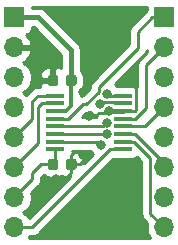
<source format=gbr>
%TF.GenerationSoftware,KiCad,Pcbnew,(5.1.10)-1*%
%TF.CreationDate,2021-11-19T11:18:15-06:00*%
%TF.ProjectId,DAC7678_16TSSOP,44414337-3637-4385-9f31-365453534f50,rev?*%
%TF.SameCoordinates,Original*%
%TF.FileFunction,Copper,L1,Top*%
%TF.FilePolarity,Positive*%
%FSLAX46Y46*%
G04 Gerber Fmt 4.6, Leading zero omitted, Abs format (unit mm)*
G04 Created by KiCad (PCBNEW (5.1.10)-1) date 2021-11-19 11:18:15*
%MOMM*%
%LPD*%
G01*
G04 APERTURE LIST*
%TA.AperFunction,SMDPad,CuDef*%
%ADD10R,1.570000X0.410000*%
%TD*%
%TA.AperFunction,ComponentPad*%
%ADD11O,1.700000X1.700000*%
%TD*%
%TA.AperFunction,ComponentPad*%
%ADD12R,1.700000X1.700000*%
%TD*%
%TA.AperFunction,ViaPad*%
%ADD13C,0.800000*%
%TD*%
%TA.AperFunction,Conductor*%
%ADD14C,0.250000*%
%TD*%
%TA.AperFunction,Conductor*%
%ADD15C,0.400000*%
%TD*%
%TA.AperFunction,Conductor*%
%ADD16C,0.300000*%
%TD*%
%TA.AperFunction,Conductor*%
%ADD17C,0.254000*%
%TD*%
%TA.AperFunction,Conductor*%
%ADD18C,0.100000*%
%TD*%
G04 APERTURE END LIST*
D10*
%TO.P,U1,16*%
%TO.N,I2C_SCL*%
X137490000Y-86625000D03*
%TO.P,U1,15*%
%TO.N,I2C_SDA*%
X137490000Y-87275000D03*
%TO.P,U1,14*%
%TO.N,GND*%
X137490000Y-87925000D03*
%TO.P,U1,13*%
%TO.N,VOUTB*%
X137490000Y-88575000D03*
%TO.P,U1,12*%
%TO.N,VOUTD*%
X137490000Y-89225000D03*
%TO.P,U1,11*%
%TO.N,VOUTF*%
X137490000Y-89875000D03*
%TO.P,U1,10*%
%TO.N,VOUTH*%
X137490000Y-90525000D03*
%TO.P,U1,9*%
%TO.N,~CLR*%
X137490000Y-91175000D03*
%TO.P,U1,8*%
%TO.N,VREF*%
X131750000Y-91175000D03*
%TO.P,U1,7*%
%TO.N,VOUTG*%
X131750000Y-90525000D03*
%TO.P,U1,6*%
%TO.N,VOUTE*%
X131750000Y-89875000D03*
%TO.P,U1,5*%
%TO.N,VOUTC*%
X131750000Y-89225000D03*
%TO.P,U1,4*%
%TO.N,VOUTA*%
X131750000Y-88575000D03*
%TO.P,U1,3*%
%TO.N,+5V*%
X131750000Y-87925000D03*
%TO.P,U1,2*%
%TO.N,ADDR0*%
X131750000Y-87275000D03*
%TO.P,U1,1*%
%TO.N,~LDAC*%
X131750000Y-86625000D03*
%TD*%
D11*
%TO.P,J2,8*%
%TO.N,VOUTH*%
X140970000Y-97790000D03*
%TO.P,J2,7*%
%TO.N,VOUTG*%
X140970000Y-95250000D03*
%TO.P,J2,6*%
%TO.N,VOUTF*%
X140970000Y-92710000D03*
%TO.P,J2,5*%
%TO.N,VOUTE*%
X140970000Y-90170000D03*
%TO.P,J2,4*%
%TO.N,VOUTD*%
X140970000Y-87630000D03*
%TO.P,J2,3*%
%TO.N,VOUTC*%
X140970000Y-85090000D03*
%TO.P,J2,2*%
%TO.N,VOUTB*%
X140970000Y-82550000D03*
D12*
%TO.P,J2,1*%
%TO.N,VOUTA*%
X140970000Y-80010000D03*
%TD*%
D11*
%TO.P,J1,8*%
%TO.N,~CLR*%
X128270000Y-97790000D03*
%TO.P,J1,7*%
%TO.N,VREF*%
X128270000Y-95250000D03*
%TO.P,J1,6*%
%TO.N,ADDR0*%
X128270000Y-92710000D03*
%TO.P,J1,5*%
%TO.N,~LDAC*%
X128270000Y-90170000D03*
%TO.P,J1,4*%
%TO.N,I2C_SDA*%
X128270000Y-87630000D03*
%TO.P,J1,3*%
%TO.N,I2C_SCL*%
X128270000Y-85090000D03*
%TO.P,J1,2*%
%TO.N,GND*%
X128270000Y-82550000D03*
D12*
%TO.P,J1,1*%
%TO.N,+5V*%
X128270000Y-80010000D03*
%TD*%
%TO.P,C2,2*%
%TO.N,GND*%
%TA.AperFunction,SMDPad,CuDef*%
G36*
G01*
X131996000Y-85094000D02*
X131996000Y-85594000D01*
G75*
G02*
X131771000Y-85819000I-225000J0D01*
G01*
X131321000Y-85819000D01*
G75*
G02*
X131096000Y-85594000I0J225000D01*
G01*
X131096000Y-85094000D01*
G75*
G02*
X131321000Y-84869000I225000J0D01*
G01*
X131771000Y-84869000D01*
G75*
G02*
X131996000Y-85094000I0J-225000D01*
G01*
G37*
%TD.AperFunction*%
%TO.P,C2,1*%
%TO.N,+5V*%
%TA.AperFunction,SMDPad,CuDef*%
G36*
G01*
X133546000Y-85094000D02*
X133546000Y-85594000D01*
G75*
G02*
X133321000Y-85819000I-225000J0D01*
G01*
X132871000Y-85819000D01*
G75*
G02*
X132646000Y-85594000I0J225000D01*
G01*
X132646000Y-85094000D01*
G75*
G02*
X132871000Y-84869000I225000J0D01*
G01*
X133321000Y-84869000D01*
G75*
G02*
X133546000Y-85094000I0J-225000D01*
G01*
G37*
%TD.AperFunction*%
%TD*%
%TO.P,C1,2*%
%TO.N,GND*%
%TA.AperFunction,SMDPad,CuDef*%
G36*
G01*
X132646000Y-92706000D02*
X132646000Y-92206000D01*
G75*
G02*
X132871000Y-91981000I225000J0D01*
G01*
X133321000Y-91981000D01*
G75*
G02*
X133546000Y-92206000I0J-225000D01*
G01*
X133546000Y-92706000D01*
G75*
G02*
X133321000Y-92931000I-225000J0D01*
G01*
X132871000Y-92931000D01*
G75*
G02*
X132646000Y-92706000I0J225000D01*
G01*
G37*
%TD.AperFunction*%
%TO.P,C1,1*%
%TO.N,VREF*%
%TA.AperFunction,SMDPad,CuDef*%
G36*
G01*
X131096000Y-92706000D02*
X131096000Y-92206000D01*
G75*
G02*
X131321000Y-91981000I225000J0D01*
G01*
X131771000Y-91981000D01*
G75*
G02*
X131996000Y-92206000I0J-225000D01*
G01*
X131996000Y-92706000D01*
G75*
G02*
X131771000Y-92931000I-225000J0D01*
G01*
X131321000Y-92931000D01*
G75*
G02*
X131096000Y-92706000I0J225000D01*
G01*
G37*
%TD.AperFunction*%
%TD*%
D13*
%TO.N,GND*%
X136302537Y-87925001D03*
X134620000Y-88392000D03*
X137922000Y-85344000D03*
X130048000Y-95758000D03*
X134874000Y-83820000D03*
X138176000Y-79756000D03*
X132842000Y-79756000D03*
X135890000Y-93472000D03*
X138430000Y-97790000D03*
X131572000Y-97790000D03*
X134112000Y-91694000D03*
X134112000Y-86360000D03*
X131826000Y-93726000D03*
X138684000Y-92202000D03*
X131572000Y-83566000D03*
%TO.N,I2C_SDA*%
X135489112Y-87343329D03*
%TO.N,I2C_SCL*%
X136157227Y-86475000D03*
%TO.N,VOUTG*%
X135580947Y-90767474D03*
%TO.N,VOUTE*%
X136104992Y-89915781D03*
%TO.N,VOUTC*%
X136114111Y-88915821D03*
%TD*%
D14*
%TO.N,GND*%
X136302538Y-87925000D02*
X136302537Y-87925001D01*
D15*
X137490000Y-87925000D02*
X136302538Y-87925000D01*
D14*
X136159208Y-88068330D02*
X135451670Y-88068330D01*
X136302537Y-87925001D02*
X136159208Y-88068330D01*
X135128000Y-88392000D02*
X134112000Y-88392000D01*
X135451670Y-88068330D02*
X135128000Y-88392000D01*
X134112000Y-91694000D02*
X133858000Y-91440000D01*
X133858000Y-91440000D02*
X133350000Y-91440000D01*
X133350000Y-91440000D02*
X133096000Y-91694000D01*
X130556000Y-94996000D02*
X131318000Y-94996000D01*
X133096000Y-93218000D02*
X133096000Y-92456000D01*
X131318000Y-94996000D02*
X133096000Y-93218000D01*
X133096000Y-92456000D02*
X133096000Y-91694000D01*
X133096000Y-92456000D02*
X133858000Y-92456000D01*
X133858000Y-92456000D02*
X134112000Y-92202000D01*
X138600001Y-86022001D02*
X137922000Y-85344000D01*
X138600001Y-87849999D02*
X138600001Y-86022001D01*
X138525000Y-87925000D02*
X138600001Y-87849999D01*
X137490000Y-87925000D02*
X138525000Y-87925000D01*
%TO.N,VREF*%
X131750000Y-91998000D02*
X131292000Y-92456000D01*
X131750000Y-91175000D02*
X131750000Y-91998000D01*
X131064000Y-92456000D02*
X131292000Y-92456000D01*
X131546000Y-92456000D02*
X130556000Y-92456000D01*
X129794000Y-93218000D02*
X129794000Y-93726000D01*
X130556000Y-92456000D02*
X129794000Y-93218000D01*
X128270000Y-95250000D02*
X129794000Y-93726000D01*
D16*
%TO.N,+5V*%
X132675002Y-87925000D02*
X131750000Y-87925000D01*
X133096000Y-87504002D02*
X132675002Y-87925000D01*
X133096000Y-85344000D02*
X133096000Y-87504002D01*
D15*
X133096000Y-85344000D02*
X133096000Y-82804000D01*
X130302000Y-80010000D02*
X128270000Y-80010000D01*
X133096000Y-82804000D02*
X130302000Y-80010000D01*
D14*
%TO.N,~CLR*%
X137490000Y-91175000D02*
X136409000Y-91175000D01*
X129794000Y-97790000D02*
X128270000Y-97790000D01*
X136409000Y-91175000D02*
X129794000Y-97790000D01*
%TO.N,~LDAC*%
X129794000Y-88646000D02*
X129794000Y-87122000D01*
X129794000Y-87122000D02*
X130291000Y-86625000D01*
X128270000Y-90170000D02*
X129794000Y-88646000D01*
X130291000Y-86625000D02*
X131750000Y-86625000D01*
%TO.N,ADDR0*%
X131750000Y-87275000D02*
X130657000Y-87275000D01*
X130302000Y-87630000D02*
X130302000Y-90678000D01*
X130657000Y-87275000D02*
X130302000Y-87630000D01*
X130302000Y-90678000D02*
X128270000Y-92710000D01*
%TO.N,I2C_SDA*%
X137415000Y-87200000D02*
X137490000Y-87275000D01*
X135632441Y-87200000D02*
X137415000Y-87200000D01*
X135489112Y-87343329D02*
X135632441Y-87200000D01*
%TO.N,I2C_SCL*%
X136307227Y-86625000D02*
X136157227Y-86475000D01*
X137490000Y-86625000D02*
X136307227Y-86625000D01*
%TO.N,VOUTH*%
X139794999Y-96614999D02*
X140970000Y-97790000D01*
X139794999Y-91904997D02*
X139794999Y-96614999D01*
X138415002Y-90525000D02*
X139794999Y-91904997D01*
X137490000Y-90525000D02*
X138415002Y-90525000D01*
%TO.N,VOUTG*%
X135338473Y-90525000D02*
X135580947Y-90767474D01*
X131750000Y-90525000D02*
X135338473Y-90525000D01*
%TO.N,VOUTF*%
X140970000Y-92320000D02*
X140970000Y-92710000D01*
X138525000Y-89875000D02*
X140970000Y-92320000D01*
X137490000Y-89875000D02*
X138525000Y-89875000D01*
%TO.N,VOUTE*%
X136064211Y-89875000D02*
X136104992Y-89915781D01*
X131750000Y-89875000D02*
X136064211Y-89875000D01*
%TO.N,VOUTD*%
X139375000Y-89225000D02*
X140970000Y-87630000D01*
X137490000Y-89225000D02*
X139375000Y-89225000D01*
%TO.N,VOUTC*%
X135804932Y-89225000D02*
X136114111Y-88915821D01*
X131750000Y-89225000D02*
X135804932Y-89225000D01*
%TO.N,VOUTB*%
X138525000Y-88575000D02*
X139446000Y-87654000D01*
X137490000Y-88575000D02*
X138525000Y-88575000D01*
X139446000Y-84074000D02*
X140970000Y-82550000D01*
X139446000Y-87654000D02*
X139446000Y-84074000D01*
%TO.N,VOUTA*%
X138747000Y-81217000D02*
X139954000Y-80010000D01*
X135445000Y-86297000D02*
X135445000Y-85915000D01*
X139954000Y-80010000D02*
X140970000Y-80010000D01*
X135445000Y-85915000D02*
X138747000Y-82613000D01*
X134366000Y-87376000D02*
X135445000Y-86297000D01*
X134054998Y-87376000D02*
X134366000Y-87376000D01*
X138747000Y-82613000D02*
X138747000Y-81217000D01*
X132855998Y-88575000D02*
X134054998Y-87376000D01*
X131750000Y-88575000D02*
X132855998Y-88575000D01*
%TD*%
D17*
%TO.N,GND*%
X139034999Y-92219800D02*
X139035000Y-96577667D01*
X139031323Y-96614999D01*
X139045997Y-96763984D01*
X139089453Y-96907245D01*
X139160025Y-97039275D01*
X139231200Y-97126001D01*
X139254999Y-97155000D01*
X139283997Y-97178798D01*
X139528791Y-97423592D01*
X139485000Y-97643740D01*
X139485000Y-97936260D01*
X139542068Y-98223158D01*
X139654010Y-98493411D01*
X139761312Y-98654000D01*
X129478688Y-98654000D01*
X129548178Y-98550000D01*
X129756678Y-98550000D01*
X129794000Y-98553676D01*
X129831322Y-98550000D01*
X129831333Y-98550000D01*
X129942986Y-98539003D01*
X130086247Y-98495546D01*
X130218276Y-98424974D01*
X130334001Y-98330001D01*
X130357804Y-98300997D01*
X136646492Y-92012310D01*
X136705000Y-92018072D01*
X138275000Y-92018072D01*
X138399482Y-92005812D01*
X138519180Y-91969502D01*
X138629494Y-91910537D01*
X138682355Y-91867155D01*
X139034999Y-92219800D01*
%TA.AperFunction,Conductor*%
D18*
G36*
X139034999Y-92219800D02*
G01*
X139035000Y-96577667D01*
X139031323Y-96614999D01*
X139045997Y-96763984D01*
X139089453Y-96907245D01*
X139160025Y-97039275D01*
X139231200Y-97126001D01*
X139254999Y-97155000D01*
X139283997Y-97178798D01*
X139528791Y-97423592D01*
X139485000Y-97643740D01*
X139485000Y-97936260D01*
X139542068Y-98223158D01*
X139654010Y-98493411D01*
X139761312Y-98654000D01*
X129478688Y-98654000D01*
X129548178Y-98550000D01*
X129756678Y-98550000D01*
X129794000Y-98553676D01*
X129831322Y-98550000D01*
X129831333Y-98550000D01*
X129942986Y-98539003D01*
X130086247Y-98495546D01*
X130218276Y-98424974D01*
X130334001Y-98330001D01*
X130357804Y-98300997D01*
X136646492Y-92012310D01*
X136705000Y-92018072D01*
X138275000Y-92018072D01*
X138399482Y-92005812D01*
X138519180Y-91969502D01*
X138629494Y-91910537D01*
X138682355Y-91867155D01*
X139034999Y-92219800D01*
G37*
%TD.AperFunction*%
D17*
X130841503Y-93423618D02*
X130990717Y-93503375D01*
X131152623Y-93552488D01*
X131321000Y-93569072D01*
X131771000Y-93569072D01*
X131939377Y-93552488D01*
X132101283Y-93503375D01*
X132247351Y-93425300D01*
X132291506Y-93461537D01*
X132401820Y-93520502D01*
X132521518Y-93556812D01*
X132646000Y-93569072D01*
X132810250Y-93566000D01*
X132968998Y-93407252D01*
X132968998Y-93540200D01*
X129520549Y-96988650D01*
X129423475Y-96843368D01*
X129216632Y-96636525D01*
X129042240Y-96520000D01*
X129216632Y-96403475D01*
X129423475Y-96196632D01*
X129585990Y-95953411D01*
X129697932Y-95683158D01*
X129755000Y-95396260D01*
X129755000Y-95103740D01*
X129711210Y-94883593D01*
X130305008Y-94289795D01*
X130334001Y-94266001D01*
X130357795Y-94237008D01*
X130357799Y-94237004D01*
X130428973Y-94150277D01*
X130435572Y-94137932D01*
X130499546Y-94018247D01*
X130543003Y-93874986D01*
X130554000Y-93763333D01*
X130554000Y-93763324D01*
X130557676Y-93726001D01*
X130554000Y-93688678D01*
X130554000Y-93532801D01*
X130743562Y-93343240D01*
X130841503Y-93423618D01*
%TA.AperFunction,Conductor*%
D18*
G36*
X130841503Y-93423618D02*
G01*
X130990717Y-93503375D01*
X131152623Y-93552488D01*
X131321000Y-93569072D01*
X131771000Y-93569072D01*
X131939377Y-93552488D01*
X132101283Y-93503375D01*
X132247351Y-93425300D01*
X132291506Y-93461537D01*
X132401820Y-93520502D01*
X132521518Y-93556812D01*
X132646000Y-93569072D01*
X132810250Y-93566000D01*
X132968998Y-93407252D01*
X132968998Y-93540200D01*
X129520549Y-96988650D01*
X129423475Y-96843368D01*
X129216632Y-96636525D01*
X129042240Y-96520000D01*
X129216632Y-96403475D01*
X129423475Y-96196632D01*
X129585990Y-95953411D01*
X129697932Y-95683158D01*
X129755000Y-95396260D01*
X129755000Y-95103740D01*
X129711210Y-94883593D01*
X130305008Y-94289795D01*
X130334001Y-94266001D01*
X130357795Y-94237008D01*
X130357799Y-94237004D01*
X130428973Y-94150277D01*
X130435572Y-94137932D01*
X130499546Y-94018247D01*
X130543003Y-93874986D01*
X130554000Y-93763333D01*
X130554000Y-93763324D01*
X130557676Y-93726001D01*
X130554000Y-93688678D01*
X130554000Y-93532801D01*
X130743562Y-93343240D01*
X130841503Y-93423618D01*
G37*
%TD.AperFunction*%
D17*
X133223000Y-92329000D02*
X133243000Y-92329000D01*
X133243000Y-92583000D01*
X133223000Y-92583000D01*
X133223000Y-92603000D01*
X132969000Y-92603000D01*
X132969000Y-92583000D01*
X132949000Y-92583000D01*
X132949000Y-92329000D01*
X132969000Y-92329000D01*
X132969000Y-92309000D01*
X133223000Y-92309000D01*
X133223000Y-92329000D01*
%TA.AperFunction,Conductor*%
D18*
G36*
X133223000Y-92329000D02*
G01*
X133243000Y-92329000D01*
X133243000Y-92583000D01*
X133223000Y-92583000D01*
X133223000Y-92603000D01*
X132969000Y-92603000D01*
X132969000Y-92583000D01*
X132949000Y-92583000D01*
X132949000Y-92329000D01*
X132969000Y-92329000D01*
X132969000Y-92309000D01*
X133223000Y-92309000D01*
X133223000Y-92329000D01*
G37*
%TD.AperFunction*%
D17*
X134777010Y-91427248D02*
X134921173Y-91571411D01*
X134931132Y-91578066D01*
X134180200Y-92328998D01*
X134022252Y-92328998D01*
X134181000Y-92170250D01*
X134184072Y-91981000D01*
X134171812Y-91856518D01*
X134135502Y-91736820D01*
X134076537Y-91626506D01*
X133997185Y-91529815D01*
X133900494Y-91450463D01*
X133790180Y-91391498D01*
X133670482Y-91355188D01*
X133546000Y-91342928D01*
X133381750Y-91346000D01*
X133223002Y-91504748D01*
X133223002Y-91346000D01*
X133173072Y-91346000D01*
X133173072Y-91285000D01*
X134681963Y-91285000D01*
X134777010Y-91427248D01*
%TA.AperFunction,Conductor*%
D18*
G36*
X134777010Y-91427248D02*
G01*
X134921173Y-91571411D01*
X134931132Y-91578066D01*
X134180200Y-92328998D01*
X134022252Y-92328998D01*
X134181000Y-92170250D01*
X134184072Y-91981000D01*
X134171812Y-91856518D01*
X134135502Y-91736820D01*
X134076537Y-91626506D01*
X133997185Y-91529815D01*
X133900494Y-91450463D01*
X133790180Y-91391498D01*
X133670482Y-91355188D01*
X133546000Y-91342928D01*
X133381750Y-91346000D01*
X133223002Y-91504748D01*
X133223002Y-91346000D01*
X133173072Y-91346000D01*
X133173072Y-91285000D01*
X134681963Y-91285000D01*
X134777010Y-91427248D01*
G37*
%TD.AperFunction*%
D17*
X134829338Y-88147266D02*
X134998856Y-88260534D01*
X135187214Y-88338555D01*
X135247087Y-88350464D01*
X135196906Y-88425565D01*
X135180571Y-88465000D01*
X134040800Y-88465000D01*
X134366137Y-88139662D01*
X134403322Y-88136000D01*
X134403333Y-88136000D01*
X134514986Y-88125003D01*
X134658247Y-88081546D01*
X134726914Y-88044842D01*
X134829338Y-88147266D01*
%TA.AperFunction,Conductor*%
D18*
G36*
X134829338Y-88147266D02*
G01*
X134998856Y-88260534D01*
X135187214Y-88338555D01*
X135247087Y-88350464D01*
X135196906Y-88425565D01*
X135180571Y-88465000D01*
X134040800Y-88465000D01*
X134366137Y-88139662D01*
X134403322Y-88136000D01*
X134403333Y-88136000D01*
X134514986Y-88125003D01*
X134658247Y-88081546D01*
X134726914Y-88044842D01*
X134829338Y-88147266D01*
G37*
%TD.AperFunction*%
D17*
X139481928Y-79160000D02*
X139481928Y-79414251D01*
X139413999Y-79469999D01*
X139390201Y-79498997D01*
X138235998Y-80653201D01*
X138207000Y-80676999D01*
X138183202Y-80705997D01*
X138183201Y-80705998D01*
X138112026Y-80792724D01*
X138041454Y-80924754D01*
X138011180Y-81024558D01*
X137998913Y-81065000D01*
X137997998Y-81068015D01*
X137983324Y-81217000D01*
X137987001Y-81254332D01*
X137987000Y-82298198D01*
X134934002Y-85351197D01*
X134904999Y-85374999D01*
X134810026Y-85490724D01*
X134739454Y-85622753D01*
X134695997Y-85766014D01*
X134685000Y-85877667D01*
X134685000Y-85877678D01*
X134681324Y-85915000D01*
X134685000Y-85952322D01*
X134685000Y-85982197D01*
X134054861Y-86612337D01*
X134017674Y-86616000D01*
X134017665Y-86616000D01*
X133906012Y-86626997D01*
X133881000Y-86634584D01*
X133881000Y-86245551D01*
X133931284Y-86204284D01*
X134038618Y-86073497D01*
X134118375Y-85924283D01*
X134167488Y-85762377D01*
X134184072Y-85594000D01*
X134184072Y-85094000D01*
X134167488Y-84925623D01*
X134118375Y-84763717D01*
X134038618Y-84614503D01*
X133931284Y-84483716D01*
X133931000Y-84483483D01*
X133931000Y-82845018D01*
X133935040Y-82804000D01*
X133924697Y-82698987D01*
X133918918Y-82640311D01*
X133871172Y-82482913D01*
X133793636Y-82337854D01*
X133689291Y-82210709D01*
X133657432Y-82184563D01*
X130921446Y-79448579D01*
X130895291Y-79416709D01*
X130768146Y-79312364D01*
X130623087Y-79234828D01*
X130465689Y-79187082D01*
X130343019Y-79175000D01*
X130343018Y-79175000D01*
X130302000Y-79170960D01*
X130260982Y-79175000D01*
X129758072Y-79175000D01*
X129758072Y-79160000D01*
X129756693Y-79146000D01*
X139483307Y-79146000D01*
X139481928Y-79160000D01*
%TA.AperFunction,Conductor*%
D18*
G36*
X139481928Y-79160000D02*
G01*
X139481928Y-79414251D01*
X139413999Y-79469999D01*
X139390201Y-79498997D01*
X138235998Y-80653201D01*
X138207000Y-80676999D01*
X138183202Y-80705997D01*
X138183201Y-80705998D01*
X138112026Y-80792724D01*
X138041454Y-80924754D01*
X138011180Y-81024558D01*
X137998913Y-81065000D01*
X137997998Y-81068015D01*
X137983324Y-81217000D01*
X137987001Y-81254332D01*
X137987000Y-82298198D01*
X134934002Y-85351197D01*
X134904999Y-85374999D01*
X134810026Y-85490724D01*
X134739454Y-85622753D01*
X134695997Y-85766014D01*
X134685000Y-85877667D01*
X134685000Y-85877678D01*
X134681324Y-85915000D01*
X134685000Y-85952322D01*
X134685000Y-85982197D01*
X134054861Y-86612337D01*
X134017674Y-86616000D01*
X134017665Y-86616000D01*
X133906012Y-86626997D01*
X133881000Y-86634584D01*
X133881000Y-86245551D01*
X133931284Y-86204284D01*
X134038618Y-86073497D01*
X134118375Y-85924283D01*
X134167488Y-85762377D01*
X134184072Y-85594000D01*
X134184072Y-85094000D01*
X134167488Y-84925623D01*
X134118375Y-84763717D01*
X134038618Y-84614503D01*
X133931284Y-84483716D01*
X133931000Y-84483483D01*
X133931000Y-82845018D01*
X133935040Y-82804000D01*
X133924697Y-82698987D01*
X133918918Y-82640311D01*
X133871172Y-82482913D01*
X133793636Y-82337854D01*
X133689291Y-82210709D01*
X133657432Y-82184563D01*
X130921446Y-79448579D01*
X130895291Y-79416709D01*
X130768146Y-79312364D01*
X130623087Y-79234828D01*
X130465689Y-79187082D01*
X130343019Y-79175000D01*
X130343018Y-79175000D01*
X130302000Y-79170960D01*
X130260982Y-79175000D01*
X129758072Y-79175000D01*
X129758072Y-79160000D01*
X129756693Y-79146000D01*
X139483307Y-79146000D01*
X139481928Y-79160000D01*
G37*
%TD.AperFunction*%
D17*
X132261001Y-83149870D02*
X132261000Y-84290627D01*
X132240180Y-84279498D01*
X132120482Y-84243188D01*
X131996000Y-84230928D01*
X131831750Y-84234000D01*
X131673000Y-84392750D01*
X131673000Y-85217000D01*
X131693000Y-85217000D01*
X131693000Y-85471000D01*
X131673000Y-85471000D01*
X131673000Y-85491000D01*
X131419000Y-85491000D01*
X131419000Y-85471000D01*
X130619750Y-85471000D01*
X130461000Y-85629750D01*
X130457928Y-85819000D01*
X130462458Y-85865000D01*
X130328322Y-85865000D01*
X130290999Y-85861324D01*
X130253676Y-85865000D01*
X130253667Y-85865000D01*
X130142014Y-85875997D01*
X130025960Y-85911201D01*
X129998753Y-85919454D01*
X129866723Y-85990026D01*
X129824146Y-86024969D01*
X129750999Y-86084999D01*
X129727196Y-86114003D01*
X129290653Y-86550546D01*
X129216632Y-86476525D01*
X129042240Y-86360000D01*
X129216632Y-86243475D01*
X129423475Y-86036632D01*
X129585990Y-85793411D01*
X129697932Y-85523158D01*
X129755000Y-85236260D01*
X129755000Y-84943740D01*
X129740134Y-84869000D01*
X130457928Y-84869000D01*
X130461000Y-85058250D01*
X130619750Y-85217000D01*
X131419000Y-85217000D01*
X131419000Y-84392750D01*
X131260250Y-84234000D01*
X131096000Y-84230928D01*
X130971518Y-84243188D01*
X130851820Y-84279498D01*
X130741506Y-84338463D01*
X130644815Y-84417815D01*
X130565463Y-84514506D01*
X130506498Y-84624820D01*
X130470188Y-84744518D01*
X130457928Y-84869000D01*
X129740134Y-84869000D01*
X129697932Y-84656842D01*
X129585990Y-84386589D01*
X129423475Y-84143368D01*
X129216632Y-83936525D01*
X129034466Y-83814805D01*
X129151355Y-83745178D01*
X129367588Y-83550269D01*
X129541641Y-83316920D01*
X129666825Y-83054099D01*
X129711476Y-82906890D01*
X129590155Y-82677000D01*
X128397000Y-82677000D01*
X128397000Y-82697000D01*
X128143000Y-82697000D01*
X128143000Y-82677000D01*
X128123000Y-82677000D01*
X128123000Y-82423000D01*
X128143000Y-82423000D01*
X128143000Y-82403000D01*
X128397000Y-82403000D01*
X128397000Y-82423000D01*
X129590155Y-82423000D01*
X129711476Y-82193110D01*
X129666825Y-82045901D01*
X129541641Y-81783080D01*
X129367588Y-81549731D01*
X129283534Y-81473966D01*
X129364180Y-81449502D01*
X129474494Y-81390537D01*
X129571185Y-81311185D01*
X129650537Y-81214494D01*
X129709502Y-81104180D01*
X129745812Y-80984482D01*
X129758072Y-80860000D01*
X129758072Y-80845000D01*
X129956133Y-80845000D01*
X132261001Y-83149870D01*
%TA.AperFunction,Conductor*%
D18*
G36*
X132261001Y-83149870D02*
G01*
X132261000Y-84290627D01*
X132240180Y-84279498D01*
X132120482Y-84243188D01*
X131996000Y-84230928D01*
X131831750Y-84234000D01*
X131673000Y-84392750D01*
X131673000Y-85217000D01*
X131693000Y-85217000D01*
X131693000Y-85471000D01*
X131673000Y-85471000D01*
X131673000Y-85491000D01*
X131419000Y-85491000D01*
X131419000Y-85471000D01*
X130619750Y-85471000D01*
X130461000Y-85629750D01*
X130457928Y-85819000D01*
X130462458Y-85865000D01*
X130328322Y-85865000D01*
X130290999Y-85861324D01*
X130253676Y-85865000D01*
X130253667Y-85865000D01*
X130142014Y-85875997D01*
X130025960Y-85911201D01*
X129998753Y-85919454D01*
X129866723Y-85990026D01*
X129824146Y-86024969D01*
X129750999Y-86084999D01*
X129727196Y-86114003D01*
X129290653Y-86550546D01*
X129216632Y-86476525D01*
X129042240Y-86360000D01*
X129216632Y-86243475D01*
X129423475Y-86036632D01*
X129585990Y-85793411D01*
X129697932Y-85523158D01*
X129755000Y-85236260D01*
X129755000Y-84943740D01*
X129740134Y-84869000D01*
X130457928Y-84869000D01*
X130461000Y-85058250D01*
X130619750Y-85217000D01*
X131419000Y-85217000D01*
X131419000Y-84392750D01*
X131260250Y-84234000D01*
X131096000Y-84230928D01*
X130971518Y-84243188D01*
X130851820Y-84279498D01*
X130741506Y-84338463D01*
X130644815Y-84417815D01*
X130565463Y-84514506D01*
X130506498Y-84624820D01*
X130470188Y-84744518D01*
X130457928Y-84869000D01*
X129740134Y-84869000D01*
X129697932Y-84656842D01*
X129585990Y-84386589D01*
X129423475Y-84143368D01*
X129216632Y-83936525D01*
X129034466Y-83814805D01*
X129151355Y-83745178D01*
X129367588Y-83550269D01*
X129541641Y-83316920D01*
X129666825Y-83054099D01*
X129711476Y-82906890D01*
X129590155Y-82677000D01*
X128397000Y-82677000D01*
X128397000Y-82697000D01*
X128143000Y-82697000D01*
X128143000Y-82677000D01*
X128123000Y-82677000D01*
X128123000Y-82423000D01*
X128143000Y-82423000D01*
X128143000Y-82403000D01*
X128397000Y-82403000D01*
X128397000Y-82423000D01*
X129590155Y-82423000D01*
X129711476Y-82193110D01*
X129666825Y-82045901D01*
X129541641Y-81783080D01*
X129367588Y-81549731D01*
X129283534Y-81473966D01*
X129364180Y-81449502D01*
X129474494Y-81390537D01*
X129571185Y-81311185D01*
X129650537Y-81214494D01*
X129709502Y-81104180D01*
X129745812Y-80984482D01*
X129758072Y-80860000D01*
X129758072Y-80845000D01*
X129956133Y-80845000D01*
X132261001Y-83149870D01*
G37*
%TD.AperFunction*%
D17*
X139528790Y-82916408D02*
X138934998Y-83510201D01*
X138906000Y-83533999D01*
X138882202Y-83562997D01*
X138882201Y-83562998D01*
X138811026Y-83649724D01*
X138740454Y-83781754D01*
X138714902Y-83865990D01*
X138696998Y-83925014D01*
X138686165Y-84035000D01*
X138682324Y-84074000D01*
X138686001Y-84111332D01*
X138686000Y-85935837D01*
X138629494Y-85889463D01*
X138519180Y-85830498D01*
X138399482Y-85794188D01*
X138275000Y-85781928D01*
X136927866Y-85781928D01*
X136817001Y-85671063D01*
X136785072Y-85649729D01*
X139258004Y-83176798D01*
X139287001Y-83153001D01*
X139381974Y-83037276D01*
X139452546Y-82905247D01*
X139496003Y-82761986D01*
X139496689Y-82755023D01*
X139528790Y-82916408D01*
%TA.AperFunction,Conductor*%
D18*
G36*
X139528790Y-82916408D02*
G01*
X138934998Y-83510201D01*
X138906000Y-83533999D01*
X138882202Y-83562997D01*
X138882201Y-83562998D01*
X138811026Y-83649724D01*
X138740454Y-83781754D01*
X138714902Y-83865990D01*
X138696998Y-83925014D01*
X138686165Y-84035000D01*
X138682324Y-84074000D01*
X138686001Y-84111332D01*
X138686000Y-85935837D01*
X138629494Y-85889463D01*
X138519180Y-85830498D01*
X138399482Y-85794188D01*
X138275000Y-85781928D01*
X136927866Y-85781928D01*
X136817001Y-85671063D01*
X136785072Y-85649729D01*
X139258004Y-83176798D01*
X139287001Y-83153001D01*
X139381974Y-83037276D01*
X139452546Y-82905247D01*
X139496003Y-82761986D01*
X139496689Y-82755023D01*
X139528790Y-82916408D01*
G37*
%TD.AperFunction*%
%TD*%
M02*

</source>
